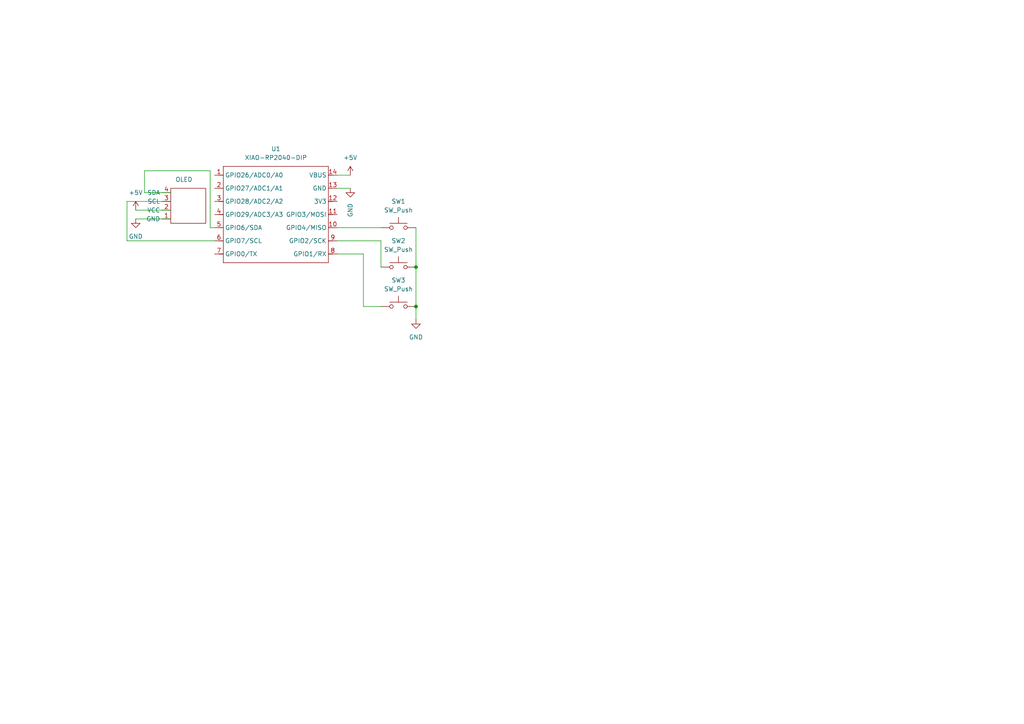
<source format=kicad_sch>
(kicad_sch (version 20250114) (generator "eeschema") (generator_version "9.0")
  (paper "A4")
  (lib_symbols
    (symbol "OPL Lib:XIAO-RP2040-DIP"
      (property "Reference" "U" (at 0 0 0))
      (property "Value" "XIAO-RP2040-DIP" (at 5.334 -1.778 0))
      (symbol "XIAO-RP2040-DIP_1_0"
        (polyline (pts (xy -1.27 -2.54) (xy 29.21 -2.54)) (stroke (width 0.1524)))
        (polyline (pts (xy -1.27 -5.08) (xy -2.54 -5.08)) (stroke (width 0.1524)))
        (polyline (pts (xy -1.27 -5.08) (xy -1.27 -2.54)) (stroke (width 0.1524)))
        (polyline (pts (xy -1.27 -8.89) (xy -2.54 -8.89)) (stroke (width 0.1524)))
        (polyline (pts (xy -1.27 -8.89) (xy -1.27 -5.08)) (stroke (width 0.1524)))
        (polyline (pts (xy -1.27 -12.7) (xy -2.54 -12.7)) (stroke (width 0.1524)))
        (polyline (pts (xy -1.27 -12.7) (xy -1.27 -8.89)) (stroke (width 0.1524)))
        (polyline (pts (xy -1.27 -16.51) (xy -2.54 -16.51)) (stroke (width 0.1524)))
        (polyline (pts (xy -1.27 -16.51) (xy -1.27 -12.7)) (stroke (width 0.1524)))
        (polyline (pts (xy -1.27 -20.32) (xy -2.54 -20.32)) (stroke (width 0.1524)))
        (polyline (pts (xy -1.27 -24.13) (xy -2.54 -24.13)) (stroke (width 0.1524)))
        (polyline (pts (xy -1.27 -27.94) (xy -2.54 -27.94)) (stroke (width 0.1524)))
        (polyline (pts (xy -1.27 -30.48) (xy -1.27 -16.51)) (stroke (width 0.1524)))
        (polyline (pts (xy 29.21 -2.54) (xy 29.21 -5.08)) (stroke (width 0.1524)))
        (polyline (pts (xy 29.21 -5.08) (xy 29.21 -8.89)) (stroke (width 0.1524)))
        (polyline (pts (xy 29.21 -8.89) (xy 29.21 -12.7)) (stroke (width 0.1524)))
        (polyline (pts (xy 29.21 -12.7) (xy 29.21 -30.48)) (stroke (width 0.1524)))
        (polyline (pts (xy 29.21 -30.48) (xy -1.27 -30.48)) (stroke (width 0.1524)))
        (polyline (pts (xy 30.48 -5.08) (xy 29.21 -5.08)) (stroke (width 0.1524)))
        (polyline (pts (xy 30.48 -8.89) (xy 29.21 -8.89)) (stroke (width 0.1524)))
        (polyline (pts (xy 30.48 -12.7) (xy 29.21 -12.7)) (stroke (width 0.1524)))
        (polyline (pts (xy 30.48 -16.51) (xy 29.21 -16.51)) (stroke (width 0.1524)))
        (polyline (pts (xy 30.48 -20.32) (xy 29.21 -20.32)) (stroke (width 0.1524)))
        (polyline (pts (xy 30.48 -24.13) (xy 29.21 -24.13)) (stroke (width 0.1524)))
        (polyline (pts (xy 30.48 -27.94) (xy 29.21 -27.94)) (stroke (width 0.1524)))
        (pin passive line (at -3.81 -5.08 0) (length 2.54) (name "GPIO26/ADC0/A0") (number "1"))
        (pin passive line (at -3.81 -8.89 0) (length 2.54) (name "GPIO27/ADC1/A1") (number "2"))
        (pin passive line (at -3.81 -12.7 0) (length 2.54) (name "GPIO28/ADC2/A2") (number "3"))
        (pin passive line (at -3.81 -16.51 0) (length 2.54) (name "GPIO29/ADC3/A3") (number "4"))
        (pin passive line (at -3.81 -20.32 0) (length 2.54) (name "GPIO6/SDA") (number "5"))
        (pin passive line (at -3.81 -24.13 0) (length 2.54) (name "GPIO7/SCL") (number "6"))
        (pin passive line (at -3.81 -27.94 0) (length 2.54) (name "GPIO0/TX") (number "7"))
        (pin passive line (at 31.75 -5.08 180) (length 2.54) (name "VBUS") (number "14"))
        (pin passive line (at 31.75 -8.89 180) (length 2.54) (name "GND") (number "13"))
        (pin passive line (at 31.75 -12.7 180) (length 2.54) (name "3V3") (number "12"))
        (pin passive line (at 31.75 -16.51 180) (length 2.54) (name "GPIO3/MOSI") (number "11"))
        (pin passive line (at 31.75 -20.32 180) (length 2.54) (name "GPIO4/MISO") (number "10"))
        (pin passive line (at 31.75 -24.13 180) (length 2.54) (name "GPIO2/SCK") (number "9"))
        (pin passive line (at 31.75 -27.94 180) (length 2.54) (name "GPIO1/RX") (number "8"))
      )
    )
    (symbol "Switch:SW_Push" (pin_numbers (hide yes)) (pin_names (offset 1.016) (hide yes))
      (property "Reference" "SW" (at 1.27 2.54 0))
      (property "Value" "SW_Push" (at 0 -1.524 0))
      (symbol "SW_Push_0_1"
        (circle (center -2.032 0) (radius 0.508))
        (polyline (pts (xy 0 1.27) (xy 0 3.048)))
        (circle (center 2.032 0) (radius 0.508))
        (polyline (pts (xy 2.54 1.27) (xy -2.54 1.27)))
        (pin passive line (at -5.08 0 0) (length 2.54) (name "1") (number "1"))
        (pin passive line (at 5.08 0 180) (length 2.54) (name "2") (number "2"))
      )
    )
    (symbol "custom_oled:OLED_128x32_4pin"
      (property "Reference" "U" (at 0 6.604 0))
      (symbol "OLED_128x32_4pin_0_1"
        (rectangle (start -5.08 5.08) (end 5.08 -5.08))
      )
      (symbol "OLED_128x32_4pin_1_1"
        (pin bidirectional line (at -5.08 3.81 180) (length 2.54) (name "SDA") (number "4"))
        (pin input line (at -5.08 1.27 180) (length 2.54) (name "SCL") (number "3"))
        (pin power_in line (at -5.08 -1.27 180) (length 2.54) (name "VCC") (number "2"))
        (pin power_in line (at -5.08 -3.81 180) (length 2.54) (name "GND") (number "1"))
      )
    )
    (symbol "power:+5V" (power) (pin_numbers (hide yes)) (pin_names (offset 0) (hide yes))
      (property "Value" "+5V" (at 0 3.556 0))
      (symbol "+5V_0_1"
        (polyline (pts (xy -0.762 1.27) (xy 0 2.54)))
        (polyline (pts (xy 0 2.54) (xy 0.762 1.27)))
        (polyline (pts (xy 0 0) (xy 0 2.54)))
      )
      (symbol "+5V_1_1"
        (pin power_in line (at 0 0 90) (length 0) (name "~") (number "1"))
      )
    )
    (symbol "power:GND" (power) (pin_numbers (hide yes)) (pin_names (offset 0) (hide yes))
      (property "Value" "GND" (at 0 -3.81 0))
      (symbol "GND_0_1"
        (polyline (pts (xy 0 0) (xy 0 -1.27) (xy 1.27 -1.27) (xy 0 -2.54) (xy -1.27 -1.27) (xy 0 -1.27)))
      )
      (symbol "GND_1_1"
        (pin power_in line (at 0 0 270) (length 0) (name "~") (number "1"))
      )
    )
  )
  (junction (at 120.65 88.9))
  (junction (at 120.65 77.47))
  (wire (pts (xy 60.96 49.53) (xy 60.96 66.04)))
  (wire (pts (xy 36.83 58.42) (xy 36.83 69.85)))
  (wire (pts (xy 62.23 69.85) (xy 36.83 69.85)))
  (wire (pts (xy 110.49 69.85) (xy 97.79 69.85)))
  (wire (pts (xy 110.49 88.9) (xy 105.41 88.9)))
  (wire (pts (xy 39.37 60.96) (xy 49.53 60.96)))
  (wire (pts (xy 120.65 77.47) (xy 120.65 88.9)))
  (wire (pts (xy 105.41 73.66) (xy 97.79 73.66)))
  (wire (pts (xy 120.65 66.04) (xy 120.65 77.47)))
  (wire (pts (xy 49.53 55.88) (xy 41.91 55.88)))
  (wire (pts (xy 60.96 66.04) (xy 62.23 66.04)))
  (wire (pts (xy 120.65 88.9) (xy 120.65 92.71)))
  (wire (pts (xy 101.6 50.8) (xy 97.79 50.8)))
  (wire (pts (xy 110.49 77.47) (xy 110.49 69.85)))
  (wire (pts (xy 97.79 66.04) (xy 110.49 66.04)))
  (wire (pts (xy 39.37 63.5) (xy 49.53 63.5)))
  (wire (pts (xy 41.91 49.53) (xy 60.96 49.53)))
  (wire (pts (xy 97.79 54.61) (xy 101.6 54.61)))
  (wire (pts (xy 41.91 55.88) (xy 41.91 49.53)))
  (wire (pts (xy 105.41 88.9) (xy 105.41 73.66)))
  (wire (pts (xy 49.53 58.42) (xy 36.83 58.42)))
  (symbol (lib_id "power:+5V") (at 101.6 50.8 0) (unit 1)
    (property "Reference" "#PWR01" (effects (hide yes)))
    (property "Value" "+5V" (at 101.6 45.72 0))
    (property "Description" "Power symbol creates a global label with name \"+5V\"" (effects (hide yes)))
  )
  (symbol (lib_id "power:GND") (at 120.65 92.71 0) (mirror y) (unit 1)
    (property "Reference" "#PWR03" (effects (hide yes)))
    (property "Value" "GND" (at 120.65 97.79 0))
    (property "Description" "Power symbol creates a global label with name \"GND\" , ground" (effects (hide yes)))
  )
  (symbol (lib_id "Switch:SW_Push") (at 115.57 66.04 0) (mirror y) (unit 1)
    (property "Reference" "SW1" (at 115.57 58.42 0))
    (property "Value" "SW_Push" (at 115.57 60.96 0))
    (property "Footprint" "Button_Switch_Keyboard:SW_Cherry_MX_1.00u_PCB" (effects (hide yes)))
    (property "Description" "Push button switch, generic, two pins" (effects (hide yes)))
  )
  (symbol (lib_id "custom_oled:OLED_128x32_4pin") (at 54.61 59.69 0) (unit 1)
    (property "Reference" "OLED1" (effects (hide yes)))
    (property "Value" "OLED" (at 53.34 52.07 0))
    (property "Footprint" "OLED Lib:SSD1306-0.91-OLED-4pin-128x32" (effects (hide yes)))
  )
  (symbol (lib_id "Switch:SW_Push") (at 115.57 88.9 0) (mirror y) (unit 1)
    (property "Reference" "SW3" (at 115.57 81.28 0))
    (property "Value" "SW_Push" (at 115.57 83.82 0))
    (property "Footprint" "Button_Switch_Keyboard:SW_Cherry_MX_1.00u_PCB" (effects (hide yes)))
    (property "Description" "Push button switch, generic, two pins" (effects (hide yes)))
  )
  (symbol (lib_id "power:GND") (at 39.37 63.5 0) (unit 1)
    (property "Reference" "#PWR04" (effects (hide yes)))
    (property "Value" "GND" (at 39.37 68.58 0))
    (property "Description" "Power symbol creates a global label with name \"GND\" , ground" (effects (hide yes)))
  )
  (symbol (lib_id "Switch:SW_Push") (at 115.57 77.47 0) (mirror y) (unit 1)
    (property "Reference" "SW2" (at 115.57 69.85 0))
    (property "Value" "SW_Push" (at 115.57 72.39 0))
    (property "Footprint" "Button_Switch_Keyboard:SW_Cherry_MX_1.00u_PCB" (effects (hide yes)))
    (property "Description" "Push button switch, generic, two pins" (effects (hide yes)))
  )
  (symbol (lib_id "power:+5V") (at 39.37 60.96 0) (unit 1)
    (property "Reference" "#PWR05" (effects (hide yes)))
    (property "Value" "+5V" (at 39.37 55.88 0))
    (property "Description" "Power symbol creates a global label with name \"+5V\"" (effects (hide yes)))
  )
  (symbol (lib_id "OPL Lib:XIAO-RP2040-DIP") (at 66.04 45.72 0) (unit 1)
    (property "Reference" "U1" (at 80.01 43.18 0))
    (property "Value" "XIAO-RP2040-DIP" (at 80.01 45.72 0))
    (property "Footprint" "OPL Lib:XIAO-RP2040-DIP" (effects (hide yes)))
  )
  (symbol (lib_id "power:GND") (at 101.6 54.61 0) (unit 1)
    (property "Reference" "#PWR02" (effects (hide yes)))
    (property "Value" "GND" (at 101.6 58.928 90) (effects (justify right)))
    (property "Description" "Power symbol creates a global label with name \"GND\" , ground" (effects (hide yes)))
  )
)
</source>
